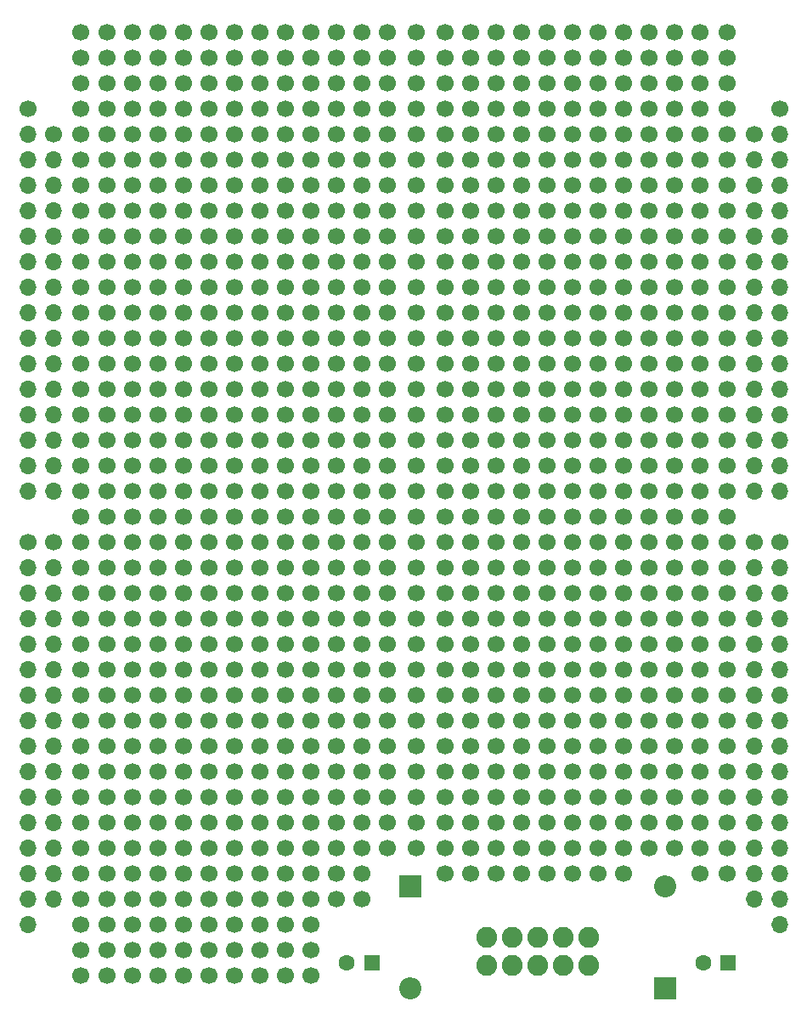
<source format=gts>
G04 #@! TF.GenerationSoftware,KiCad,Pcbnew,(6.0.11-0)*
G04 #@! TF.CreationDate,2023-03-26T21:41:22+01:00*
G04 #@! TF.ProjectId,mainboard,6d61696e-626f-4617-9264-2e6b69636164,rev?*
G04 #@! TF.SameCoordinates,Original*
G04 #@! TF.FileFunction,Soldermask,Top*
G04 #@! TF.FilePolarity,Negative*
%FSLAX46Y46*%
G04 Gerber Fmt 4.6, Leading zero omitted, Abs format (unit mm)*
G04 Created by KiCad (PCBNEW (6.0.11-0)) date 2023-03-26 21:41:22*
%MOMM*%
%LPD*%
G01*
G04 APERTURE LIST*
%ADD10C,1.700000*%
%ADD11O,1.700000X1.700000*%
%ADD12R,1.600000X1.600000*%
%ADD13C,1.600000*%
%ADD14R,2.200000X2.200000*%
%ADD15O,2.200000X2.200000*%
%ADD16C,2.082800*%
G04 APERTURE END LIST*
D10*
X35877500Y-40640000D03*
X18097500Y-88900000D03*
X30797500Y-2540000D03*
X69532500Y-35560000D03*
X38417500Y-55880000D03*
X69532500Y-30480000D03*
X7778750Y-43180000D03*
X25717500Y-63500000D03*
X49212500Y-50800000D03*
X30797500Y-93980000D03*
X64452500Y-5080000D03*
X33337500Y-76200000D03*
X13017500Y-38100000D03*
X59372500Y-55880000D03*
X18097500Y-60960000D03*
X30797500Y-22860000D03*
X33337500Y-17780000D03*
X10477500Y-33020000D03*
X10477500Y-88900000D03*
X25717500Y-58420000D03*
X66992500Y-66040000D03*
X35877500Y-43180000D03*
X20637500Y-83820000D03*
X35877500Y-5080000D03*
X74920000Y-12700000D03*
D11*
X74920000Y-15240000D03*
X74920000Y-17780000D03*
X74920000Y-20320000D03*
X74920000Y-22860000D03*
X74920000Y-25400000D03*
X74920000Y-27940000D03*
X74920000Y-30480000D03*
X74920000Y-33020000D03*
X74920000Y-35560000D03*
X74920000Y-38100000D03*
X74920000Y-40640000D03*
X74920000Y-43180000D03*
X74920000Y-45720000D03*
X74920000Y-48260000D03*
D10*
X18097500Y-45720000D03*
X61912500Y-5080000D03*
X7778750Y-50800000D03*
X35877500Y-17780000D03*
X35877500Y-60960000D03*
X51752500Y-45720000D03*
X51752500Y-78740000D03*
X38417500Y-43180000D03*
X33337500Y-35560000D03*
X30797500Y-25400000D03*
X35877500Y-48260000D03*
X41275000Y-38100000D03*
X23177500Y-86360000D03*
X18097500Y-96520000D03*
X46672500Y-40640000D03*
X66992500Y-76200000D03*
X61912500Y-33020000D03*
X10477500Y-53340000D03*
X13017500Y-93980000D03*
X41275000Y-48260000D03*
X28257500Y-2540000D03*
X28257500Y-93980000D03*
X38417500Y-45720000D03*
X72231250Y-22860000D03*
X10477500Y-71120000D03*
X49212500Y-27940000D03*
X49212500Y-38100000D03*
X41275000Y-17780000D03*
X44132500Y-40640000D03*
X18097500Y-66040000D03*
X59372500Y-7620000D03*
X13017500Y-63500000D03*
X30797500Y-63500000D03*
X61912500Y-10160000D03*
X51752500Y-25400000D03*
X69532500Y-76200000D03*
X41275000Y-60960000D03*
X66992500Y-5080000D03*
X66992500Y-20320000D03*
X54292500Y-50800000D03*
X10477500Y-40640000D03*
X56832500Y-30480000D03*
X46672500Y-33020000D03*
X69532500Y-58420000D03*
X66992500Y-7620000D03*
X49212500Y-7620000D03*
X69532500Y-20320000D03*
X25717500Y-86360000D03*
X69532500Y-2540000D03*
X15557500Y-30480000D03*
X56832500Y-2540000D03*
X28257500Y-40640000D03*
X61912500Y-48260000D03*
X44132500Y-48260000D03*
X44132500Y-27940000D03*
X7778750Y-71120000D03*
X5080000Y-12700000D03*
D11*
X5080000Y-15240000D03*
X5080000Y-17780000D03*
X5080000Y-20320000D03*
X5080000Y-22860000D03*
X5080000Y-25400000D03*
X5080000Y-27940000D03*
X5080000Y-30480000D03*
X5080000Y-33020000D03*
X5080000Y-35560000D03*
X5080000Y-38100000D03*
X5080000Y-40640000D03*
X5080000Y-43180000D03*
X5080000Y-45720000D03*
X5080000Y-48260000D03*
D10*
X49212500Y-53340000D03*
X66992500Y-45720000D03*
X20637500Y-2540000D03*
X69532500Y-83820000D03*
X59372500Y-30480000D03*
X64452500Y-30480000D03*
X23177500Y-7620000D03*
X20637500Y-55880000D03*
X18097500Y-25400000D03*
X41275000Y-40640000D03*
X28257500Y-63500000D03*
X7778750Y-12700000D03*
X25717500Y-78740000D03*
X69532500Y-25400000D03*
X20637500Y-76200000D03*
X49212500Y-81280000D03*
X33337500Y-30480000D03*
X7778750Y-48260000D03*
X15557500Y-12700000D03*
X35877500Y-68580000D03*
X10477500Y-27940000D03*
X18097500Y-12700000D03*
X15557500Y-81280000D03*
X13017500Y-58420000D03*
X72231250Y-40640000D03*
X25717500Y-30480000D03*
X28257500Y-68580000D03*
X15557500Y-58420000D03*
X10477500Y-55880000D03*
X25717500Y-35560000D03*
X56832500Y-33020000D03*
X49212500Y-78740000D03*
X23177500Y-88900000D03*
X35877500Y-30480000D03*
X25717500Y-50800000D03*
X54292500Y-45720000D03*
X33337500Y-66040000D03*
X51752500Y-40640000D03*
X33337500Y-71120000D03*
X69532500Y-71120000D03*
X46672500Y-27940000D03*
X7778750Y-86360000D03*
X49212500Y-68580000D03*
X54292500Y-43180000D03*
X54292500Y-63500000D03*
X10477500Y-50800000D03*
X41275000Y-50800000D03*
X30797500Y-48260000D03*
X13017500Y-66040000D03*
X69532500Y-40640000D03*
X69532500Y-17780000D03*
X54292500Y-35560000D03*
X28257500Y-48260000D03*
X20637500Y-45720000D03*
X18097500Y-43180000D03*
X66992500Y-12700000D03*
X66992500Y-55880000D03*
X61912500Y-40640000D03*
X38417500Y-30480000D03*
X38417500Y-71120000D03*
X61912500Y-55880000D03*
X10477500Y-10160000D03*
X54292500Y-27940000D03*
X25717500Y-25400000D03*
X51752500Y-60960000D03*
X35877500Y-2540000D03*
X69532500Y-7620000D03*
X23177500Y-38100000D03*
X51752500Y-43180000D03*
X44132500Y-68580000D03*
X49212500Y-5080000D03*
X28257500Y-83820000D03*
X61912500Y-53340000D03*
X66992500Y-83820000D03*
X15557500Y-2540000D03*
X25717500Y-73660000D03*
X59372500Y-40640000D03*
X64452500Y-43180000D03*
X7778750Y-22860000D03*
X59372500Y-12700000D03*
X30797500Y-83820000D03*
X35877500Y-58420000D03*
X49212500Y-10160000D03*
X20637500Y-50800000D03*
X33337500Y-10160000D03*
X59372500Y-53340000D03*
X41275000Y-2540000D03*
X28257500Y-60960000D03*
X7778750Y-83820000D03*
X56832500Y-17780000D03*
X35877500Y-27940000D03*
X44132500Y-78740000D03*
X18097500Y-86360000D03*
X15557500Y-66040000D03*
X35877500Y-83820000D03*
X46672500Y-58420000D03*
X41275000Y-55880000D03*
X41275000Y-71120000D03*
X54292500Y-5080000D03*
X59372500Y-10160000D03*
X56832500Y-55880000D03*
X35877500Y-78740000D03*
X35877500Y-10160000D03*
X28257500Y-38100000D03*
X15557500Y-86360000D03*
X25717500Y-17780000D03*
X10477500Y-12700000D03*
X69532500Y-55880000D03*
X35877500Y-20320000D03*
X72231250Y-73660000D03*
X30797500Y-55880000D03*
X44132500Y-17780000D03*
X64452500Y-17780000D03*
X15557500Y-71120000D03*
X18097500Y-10160000D03*
X72231250Y-12700000D03*
X30797500Y-86360000D03*
X54292500Y-22860000D03*
X10477500Y-15240000D03*
X66992500Y-35560000D03*
X44132500Y-20320000D03*
X7778750Y-20320000D03*
X20637500Y-86360000D03*
X15557500Y-5080000D03*
X51752500Y-73660000D03*
D12*
X72350000Y-95250000D03*
D13*
X69850000Y-95250000D03*
D10*
X49212500Y-43180000D03*
X66992500Y-17780000D03*
X51752500Y-38100000D03*
X30797500Y-38100000D03*
X49212500Y-40640000D03*
X38417500Y-7620000D03*
X10477500Y-45720000D03*
X7778750Y-53340000D03*
X13017500Y-12700000D03*
X7778750Y-68580000D03*
X51752500Y-22860000D03*
X46672500Y-10160000D03*
X23177500Y-63500000D03*
X44132500Y-83820000D03*
X23177500Y-25400000D03*
X35877500Y-50800000D03*
X46672500Y-7620000D03*
X33337500Y-15240000D03*
X72231250Y-60960000D03*
X15557500Y-15240000D03*
X54292500Y-68580000D03*
X61912500Y-17780000D03*
X7778750Y-5080000D03*
X72231250Y-71120000D03*
X33337500Y-2540000D03*
X64452500Y-38100000D03*
X59372500Y-60960000D03*
X38417500Y-10160000D03*
X41275000Y-5080000D03*
X10477500Y-20320000D03*
X41275000Y-45720000D03*
X46672500Y-76200000D03*
X28257500Y-53340000D03*
X35877500Y-66040000D03*
X15557500Y-17780000D03*
X59372500Y-78740000D03*
X10477500Y-60960000D03*
X20637500Y-63500000D03*
X59372500Y-83820000D03*
X61912500Y-38100000D03*
X23177500Y-45720000D03*
X23177500Y-40640000D03*
X61912500Y-27940000D03*
X30797500Y-81280000D03*
X15557500Y-96520000D03*
X49212500Y-86360000D03*
X66992500Y-27940000D03*
X28257500Y-45720000D03*
X25717500Y-71120000D03*
X51752500Y-30480000D03*
X49212500Y-48260000D03*
X51752500Y-55880000D03*
X35877500Y-22860000D03*
X18097500Y-15240000D03*
X13017500Y-50800000D03*
X20637500Y-60960000D03*
X20637500Y-27940000D03*
X51752500Y-5080000D03*
X18097500Y-91440000D03*
X28257500Y-15240000D03*
X18097500Y-27940000D03*
X54292500Y-86360000D03*
X7778750Y-17780000D03*
X64452500Y-2540000D03*
X10477500Y-66040000D03*
X35877500Y-88900000D03*
X69532500Y-86360000D03*
X54292500Y-10160000D03*
X20637500Y-71120000D03*
X44132500Y-10160000D03*
X56832500Y-27940000D03*
X72231250Y-27940000D03*
X64452500Y-45720000D03*
X56832500Y-63500000D03*
X13017500Y-10160000D03*
X56832500Y-35560000D03*
X41275000Y-12700000D03*
X30797500Y-58420000D03*
X20637500Y-43180000D03*
X59372500Y-81280000D03*
X20637500Y-68580000D03*
X20637500Y-7620000D03*
X49212500Y-83820000D03*
X38417500Y-48260000D03*
X56832500Y-60960000D03*
X64452500Y-63500000D03*
X54292500Y-7620000D03*
X61912500Y-43180000D03*
X23177500Y-73660000D03*
X51752500Y-15240000D03*
X49212500Y-33020000D03*
X49212500Y-30480000D03*
X13017500Y-78740000D03*
X41275000Y-15240000D03*
X59372500Y-35560000D03*
X30797500Y-33020000D03*
X15557500Y-60960000D03*
X28257500Y-10160000D03*
X20637500Y-88900000D03*
X25717500Y-91440000D03*
X41275000Y-30480000D03*
X28257500Y-58420000D03*
X18097500Y-35560000D03*
X33337500Y-81280000D03*
X13017500Y-35560000D03*
X20637500Y-35560000D03*
X18097500Y-7620000D03*
X61912500Y-58420000D03*
X61912500Y-63500000D03*
X69532500Y-33020000D03*
X49212500Y-17780000D03*
X72231250Y-68580000D03*
X64452500Y-10160000D03*
X54292500Y-55880000D03*
X28257500Y-73660000D03*
X54292500Y-33020000D03*
X64452500Y-81280000D03*
X61912500Y-15240000D03*
X18097500Y-63500000D03*
X46672500Y-43180000D03*
X54292500Y-40640000D03*
X10477500Y-96520000D03*
X64452500Y-20320000D03*
X46672500Y-2540000D03*
X7778750Y-15240000D03*
X69532500Y-5080000D03*
X61912500Y-7620000D03*
X35877500Y-38100000D03*
X13017500Y-40640000D03*
X69532500Y-38100000D03*
X56832500Y-50800000D03*
X59372500Y-73660000D03*
X51752500Y-68580000D03*
X61912500Y-83820000D03*
X33337500Y-7620000D03*
X15557500Y-73660000D03*
X72231250Y-81280000D03*
X13017500Y-96520000D03*
X25717500Y-53340000D03*
X13017500Y-5080000D03*
X7778750Y-93980000D03*
X56832500Y-38100000D03*
X20637500Y-78740000D03*
X15557500Y-88900000D03*
X20637500Y-33020000D03*
X35877500Y-73660000D03*
X35877500Y-35560000D03*
X35877500Y-63500000D03*
X18097500Y-53340000D03*
X38417500Y-81280000D03*
X13017500Y-43180000D03*
X23177500Y-20320000D03*
X44132500Y-63500000D03*
X15557500Y-38100000D03*
X18097500Y-76200000D03*
X56832500Y-25400000D03*
X51752500Y-66040000D03*
X49212500Y-76200000D03*
X20637500Y-10160000D03*
X7778750Y-40640000D03*
X46672500Y-12700000D03*
X7778750Y-58420000D03*
X30797500Y-45720000D03*
X66992500Y-15240000D03*
X23177500Y-60960000D03*
X20637500Y-53340000D03*
X38417500Y-27940000D03*
X35877500Y-81280000D03*
X59372500Y-50800000D03*
X72231250Y-25400000D03*
X51752500Y-63500000D03*
X38417500Y-66040000D03*
X10477500Y-58420000D03*
X54292500Y-38100000D03*
X38417500Y-25400000D03*
X72231250Y-66040000D03*
X10477500Y-86360000D03*
X33337500Y-58420000D03*
X56832500Y-73660000D03*
X44132500Y-12700000D03*
X7778750Y-25400000D03*
X28257500Y-66040000D03*
X28257500Y-91440000D03*
X2540000Y-10160000D03*
D11*
X2540000Y-12700000D03*
X2540000Y-15240000D03*
X2540000Y-17780000D03*
X2540000Y-20320000D03*
X2540000Y-22860000D03*
X2540000Y-25400000D03*
X2540000Y-27940000D03*
X2540000Y-30480000D03*
X2540000Y-33020000D03*
X2540000Y-35560000D03*
X2540000Y-38100000D03*
X2540000Y-40640000D03*
X2540000Y-43180000D03*
X2540000Y-45720000D03*
X2540000Y-48260000D03*
D10*
X18097500Y-93980000D03*
X5080000Y-53340000D03*
D11*
X5080000Y-55880000D03*
X5080000Y-58420000D03*
X5080000Y-60960000D03*
X5080000Y-63500000D03*
X5080000Y-66040000D03*
X5080000Y-68580000D03*
X5080000Y-71120000D03*
X5080000Y-73660000D03*
X5080000Y-76200000D03*
X5080000Y-78740000D03*
X5080000Y-81280000D03*
X5080000Y-83820000D03*
X5080000Y-86360000D03*
X5080000Y-88900000D03*
D10*
X72231250Y-38100000D03*
X20637500Y-40640000D03*
X64452500Y-12700000D03*
X33337500Y-60960000D03*
X25717500Y-40640000D03*
X41275000Y-76200000D03*
X15557500Y-40640000D03*
X46672500Y-17780000D03*
X28257500Y-35560000D03*
X35877500Y-71120000D03*
X33337500Y-63500000D03*
X15557500Y-35560000D03*
X46672500Y-81280000D03*
X59372500Y-2540000D03*
X66992500Y-78740000D03*
X23177500Y-22860000D03*
X51752500Y-81280000D03*
X20637500Y-48260000D03*
X59372500Y-43180000D03*
X28257500Y-20320000D03*
X15557500Y-55880000D03*
X18097500Y-30480000D03*
X66992500Y-33020000D03*
X56832500Y-12700000D03*
X41275000Y-10160000D03*
X7778750Y-60960000D03*
X66992500Y-30480000D03*
X64452500Y-73660000D03*
X54292500Y-30480000D03*
X41275000Y-22860000D03*
X66992500Y-10160000D03*
X54292500Y-15240000D03*
X69532500Y-68580000D03*
X49212500Y-58420000D03*
X28257500Y-50800000D03*
X18097500Y-5080000D03*
X46672500Y-78740000D03*
X64452500Y-33020000D03*
X56832500Y-48260000D03*
X18097500Y-2540000D03*
X72231250Y-5080000D03*
X30797500Y-60960000D03*
X54292500Y-17780000D03*
X25717500Y-55880000D03*
X28257500Y-22860000D03*
X23177500Y-48260000D03*
X13017500Y-27940000D03*
X44132500Y-50800000D03*
X30797500Y-43180000D03*
X10477500Y-93980000D03*
X61912500Y-30480000D03*
X13017500Y-17780000D03*
X2540000Y-53340000D03*
D11*
X2540000Y-55880000D03*
X2540000Y-58420000D03*
X2540000Y-60960000D03*
X2540000Y-63500000D03*
X2540000Y-66040000D03*
X2540000Y-68580000D03*
X2540000Y-71120000D03*
X2540000Y-73660000D03*
X2540000Y-76200000D03*
X2540000Y-78740000D03*
X2540000Y-81280000D03*
X2540000Y-83820000D03*
X2540000Y-86360000D03*
X2540000Y-88900000D03*
X2540000Y-91440000D03*
D10*
X30797500Y-53340000D03*
X61912500Y-71120000D03*
X25717500Y-20320000D03*
X54292500Y-66040000D03*
X56832500Y-76200000D03*
X38417500Y-60960000D03*
X18097500Y-17780000D03*
X64452500Y-27940000D03*
X33337500Y-88900000D03*
X13017500Y-91440000D03*
X30797500Y-30480000D03*
X13017500Y-53340000D03*
X23177500Y-66040000D03*
X28257500Y-88900000D03*
X59372500Y-68580000D03*
X13017500Y-83820000D03*
X30797500Y-7620000D03*
D14*
X40640000Y-87630000D03*
D15*
X40640000Y-97790000D03*
D10*
X23177500Y-78740000D03*
X18097500Y-20320000D03*
X33337500Y-68580000D03*
X66992500Y-63500000D03*
X33337500Y-33020000D03*
X28257500Y-30480000D03*
X13017500Y-2540000D03*
X10477500Y-43180000D03*
X56832500Y-10160000D03*
X13017500Y-45720000D03*
X61912500Y-25400000D03*
X49212500Y-35560000D03*
X44132500Y-86360000D03*
X35877500Y-55880000D03*
X30797500Y-10160000D03*
X28257500Y-86360000D03*
X72231250Y-53340000D03*
X15557500Y-33020000D03*
X66992500Y-68580000D03*
X38417500Y-15240000D03*
X64452500Y-15240000D03*
X13017500Y-86360000D03*
X54292500Y-71120000D03*
X10477500Y-35560000D03*
X61912500Y-20320000D03*
X49212500Y-45720000D03*
X69532500Y-60960000D03*
X15557500Y-93980000D03*
X28257500Y-25400000D03*
X20637500Y-5080000D03*
X10477500Y-76200000D03*
X46672500Y-68580000D03*
X15557500Y-10160000D03*
X33337500Y-55880000D03*
X56832500Y-86360000D03*
X13017500Y-33020000D03*
X41275000Y-78740000D03*
X54292500Y-73660000D03*
X38417500Y-58420000D03*
X41275000Y-43180000D03*
X51752500Y-53340000D03*
X18097500Y-81280000D03*
X49212500Y-60960000D03*
X20637500Y-17780000D03*
X54292500Y-58420000D03*
X7778750Y-91440000D03*
X46672500Y-5080000D03*
X30797500Y-78740000D03*
X49212500Y-20320000D03*
X15557500Y-48260000D03*
X56832500Y-20320000D03*
X51752500Y-2540000D03*
X23177500Y-35560000D03*
X72231250Y-55880000D03*
X20637500Y-22860000D03*
X54292500Y-48260000D03*
X44132500Y-35560000D03*
X72231250Y-15240000D03*
X64452500Y-58420000D03*
X72231250Y-58420000D03*
X25717500Y-48260000D03*
X41275000Y-27940000D03*
X51752500Y-27940000D03*
X13017500Y-30480000D03*
X23177500Y-83820000D03*
X38417500Y-73660000D03*
X72231250Y-76200000D03*
X7778750Y-10160000D03*
X59372500Y-48260000D03*
X64452500Y-25400000D03*
X18097500Y-83820000D03*
X13017500Y-73660000D03*
X15557500Y-63500000D03*
X28257500Y-81280000D03*
X56832500Y-71120000D03*
X72231250Y-17780000D03*
X18097500Y-58420000D03*
X41275000Y-33020000D03*
X15557500Y-7620000D03*
X25717500Y-7620000D03*
X15557500Y-20320000D03*
X23177500Y-55880000D03*
X54292500Y-20320000D03*
X10477500Y-68580000D03*
X18097500Y-73660000D03*
X10477500Y-48260000D03*
X69532500Y-78740000D03*
X49212500Y-22860000D03*
X33337500Y-45720000D03*
X56832500Y-15240000D03*
X7778750Y-73660000D03*
X10477500Y-25400000D03*
X13017500Y-22860000D03*
X56832500Y-7620000D03*
X33337500Y-43180000D03*
X72231250Y-7620000D03*
X44132500Y-76200000D03*
X18097500Y-40640000D03*
X41275000Y-73660000D03*
X38417500Y-83820000D03*
X61912500Y-50800000D03*
X69532500Y-73660000D03*
X46672500Y-66040000D03*
X20637500Y-25400000D03*
X72231250Y-78740000D03*
X7778750Y-81280000D03*
X44132500Y-7620000D03*
X18097500Y-71120000D03*
X64452500Y-83820000D03*
X44132500Y-66040000D03*
X54292500Y-81280000D03*
X35877500Y-25400000D03*
X38417500Y-12700000D03*
X7778750Y-33020000D03*
X35877500Y-53340000D03*
X33337500Y-25400000D03*
X20637500Y-20320000D03*
X56832500Y-40640000D03*
X56832500Y-83820000D03*
D14*
X66040000Y-97750000D03*
D15*
X66040000Y-87590000D03*
D10*
X69532500Y-10160000D03*
X10477500Y-17780000D03*
X23177500Y-58420000D03*
X44132500Y-45720000D03*
X13017500Y-55880000D03*
X61912500Y-35560000D03*
X41275000Y-20320000D03*
X15557500Y-53340000D03*
X51752500Y-48260000D03*
X10477500Y-81280000D03*
X25717500Y-76200000D03*
X28257500Y-78740000D03*
X46672500Y-60960000D03*
X64452500Y-76200000D03*
X59372500Y-66040000D03*
X69532500Y-53340000D03*
X77460000Y-10160000D03*
D11*
X77460000Y-12700000D03*
X77460000Y-15240000D03*
X77460000Y-17780000D03*
X77460000Y-20320000D03*
X77460000Y-22860000D03*
X77460000Y-25400000D03*
X77460000Y-27940000D03*
X77460000Y-30480000D03*
X77460000Y-33020000D03*
X77460000Y-35560000D03*
X77460000Y-38100000D03*
X77460000Y-40640000D03*
X77460000Y-43180000D03*
X77460000Y-45720000D03*
X77460000Y-48260000D03*
D10*
X69532500Y-15240000D03*
X30797500Y-88900000D03*
X13017500Y-7620000D03*
X61912500Y-2540000D03*
X23177500Y-71120000D03*
X54292500Y-76200000D03*
X66992500Y-60960000D03*
X13017500Y-60960000D03*
X23177500Y-17780000D03*
X64452500Y-60960000D03*
X41275000Y-25400000D03*
X64452500Y-40640000D03*
X56832500Y-45720000D03*
X25717500Y-68580000D03*
X44132500Y-25400000D03*
X28257500Y-12700000D03*
X25717500Y-15240000D03*
X54292500Y-53340000D03*
X49212500Y-12700000D03*
X72231250Y-45720000D03*
X51752500Y-58420000D03*
X54292500Y-83820000D03*
X35877500Y-7620000D03*
X35877500Y-33020000D03*
X56832500Y-68580000D03*
X15557500Y-27940000D03*
X33337500Y-5080000D03*
X13017500Y-71120000D03*
X28257500Y-27940000D03*
X41275000Y-66040000D03*
X35877500Y-86360000D03*
X51752500Y-17780000D03*
X44132500Y-43180000D03*
X25717500Y-45720000D03*
X38417500Y-33020000D03*
X69532500Y-12700000D03*
X56832500Y-53340000D03*
X66992500Y-22860000D03*
X20637500Y-73660000D03*
X46672500Y-22860000D03*
X46672500Y-35560000D03*
X10477500Y-63500000D03*
X72231250Y-20320000D03*
X72231250Y-35560000D03*
X49212500Y-2540000D03*
X49212500Y-73660000D03*
X23177500Y-33020000D03*
X15557500Y-50800000D03*
X72231250Y-2540000D03*
X7778750Y-38100000D03*
X64452500Y-66040000D03*
X61912500Y-68580000D03*
X10477500Y-91440000D03*
X35877500Y-76200000D03*
X64452500Y-55880000D03*
X30797500Y-91440000D03*
X61912500Y-45720000D03*
X7778750Y-30480000D03*
X25717500Y-2540000D03*
X61912500Y-12700000D03*
X10477500Y-78740000D03*
X20637500Y-12700000D03*
X30797500Y-66040000D03*
X44132500Y-30480000D03*
X30797500Y-17780000D03*
X49212500Y-66040000D03*
X54292500Y-2540000D03*
X46672500Y-63500000D03*
X59372500Y-86360000D03*
X30797500Y-12700000D03*
X41275000Y-63500000D03*
X23177500Y-81280000D03*
X77460000Y-53340000D03*
D11*
X77460000Y-55880000D03*
X77460000Y-58420000D03*
X77460000Y-60960000D03*
X77460000Y-63500000D03*
X77460000Y-66040000D03*
X77460000Y-68580000D03*
X77460000Y-71120000D03*
X77460000Y-73660000D03*
X77460000Y-76200000D03*
X77460000Y-78740000D03*
X77460000Y-81280000D03*
X77460000Y-83820000D03*
X77460000Y-86360000D03*
X77460000Y-88900000D03*
X77460000Y-91440000D03*
D10*
X38417500Y-50800000D03*
X10477500Y-5080000D03*
X13017500Y-76200000D03*
X25717500Y-93980000D03*
X7778750Y-66040000D03*
X56832500Y-81280000D03*
X13017500Y-20320000D03*
X25717500Y-43180000D03*
X61912500Y-66040000D03*
X54292500Y-78740000D03*
X7778750Y-78740000D03*
X20637500Y-15240000D03*
X44132500Y-15240000D03*
X33337500Y-22860000D03*
X38417500Y-2540000D03*
X20637500Y-66040000D03*
X74920000Y-53340000D03*
D11*
X74920000Y-55880000D03*
X74920000Y-58420000D03*
X74920000Y-60960000D03*
X74920000Y-63500000D03*
X74920000Y-66040000D03*
X74920000Y-68580000D03*
X74920000Y-71120000D03*
X74920000Y-73660000D03*
X74920000Y-76200000D03*
X74920000Y-78740000D03*
X74920000Y-81280000D03*
X74920000Y-83820000D03*
X74920000Y-86360000D03*
X74920000Y-88900000D03*
D10*
X41275000Y-35560000D03*
X30797500Y-35560000D03*
X15557500Y-83820000D03*
X38417500Y-76200000D03*
X33337500Y-86360000D03*
X25717500Y-12700000D03*
X56832500Y-58420000D03*
X20637500Y-93980000D03*
X23177500Y-30480000D03*
X30797500Y-15240000D03*
X15557500Y-45720000D03*
X33337500Y-38100000D03*
X69532500Y-48260000D03*
X20637500Y-38100000D03*
X61912500Y-81280000D03*
X38417500Y-17780000D03*
X66992500Y-48260000D03*
X28257500Y-17780000D03*
X41275000Y-81280000D03*
X38417500Y-40640000D03*
X46672500Y-83820000D03*
X51752500Y-10160000D03*
X15557500Y-78740000D03*
X69532500Y-27940000D03*
D12*
X36830000Y-95250000D03*
D13*
X34330000Y-95250000D03*
D10*
X64452500Y-50800000D03*
X23177500Y-10160000D03*
X38417500Y-68580000D03*
X44132500Y-5080000D03*
X49212500Y-63500000D03*
X23177500Y-50800000D03*
X20637500Y-96520000D03*
X38417500Y-38100000D03*
X66992500Y-2540000D03*
X51752500Y-71120000D03*
X59372500Y-25400000D03*
X59372500Y-20320000D03*
X51752500Y-35560000D03*
X20637500Y-91440000D03*
X25717500Y-96520000D03*
X66992500Y-81280000D03*
X13017500Y-25400000D03*
X23177500Y-68580000D03*
X13017500Y-88900000D03*
X64452500Y-78740000D03*
X23177500Y-53340000D03*
X30797500Y-76200000D03*
X64452500Y-22860000D03*
X51752500Y-33020000D03*
X72231250Y-50800000D03*
X38417500Y-78740000D03*
X44132500Y-22860000D03*
X15557500Y-76200000D03*
X66992500Y-71120000D03*
X59372500Y-76200000D03*
X7778750Y-7620000D03*
X59372500Y-5080000D03*
X56832500Y-43180000D03*
X64452500Y-35560000D03*
X72231250Y-86360000D03*
X41275000Y-7620000D03*
X30797500Y-27940000D03*
X23177500Y-91440000D03*
X10477500Y-7620000D03*
X46672500Y-25400000D03*
X33337500Y-50800000D03*
X18097500Y-22860000D03*
X59372500Y-33020000D03*
X46672500Y-38100000D03*
X25717500Y-60960000D03*
X64452500Y-48260000D03*
X23177500Y-93980000D03*
X28257500Y-96520000D03*
X33337500Y-40640000D03*
X44132500Y-71120000D03*
X15557500Y-43180000D03*
X61912500Y-60960000D03*
X44132500Y-2540000D03*
X61912500Y-73660000D03*
X33337500Y-48260000D03*
X25717500Y-83820000D03*
X18097500Y-55880000D03*
X25717500Y-10160000D03*
X69532500Y-81280000D03*
X13017500Y-15240000D03*
X10477500Y-22860000D03*
X56832500Y-22860000D03*
X56832500Y-78740000D03*
X13017500Y-81280000D03*
X61912500Y-78740000D03*
X72231250Y-33020000D03*
X54292500Y-60960000D03*
X61912500Y-76200000D03*
X33337500Y-78740000D03*
X25717500Y-38100000D03*
X30797500Y-20320000D03*
X7778750Y-96520000D03*
X25717500Y-81280000D03*
X44132500Y-60960000D03*
X15557500Y-91440000D03*
X69532500Y-22860000D03*
X44132500Y-73660000D03*
X44132500Y-55880000D03*
X46672500Y-55880000D03*
X46672500Y-71120000D03*
X61912500Y-22860000D03*
X35877500Y-45720000D03*
X66992500Y-43180000D03*
X72231250Y-83820000D03*
X18097500Y-38100000D03*
X59372500Y-58420000D03*
X69532500Y-50800000D03*
X35877500Y-15240000D03*
X10477500Y-83820000D03*
X18097500Y-68580000D03*
X23177500Y-43180000D03*
X38417500Y-35560000D03*
X20637500Y-30480000D03*
X7778750Y-2540000D03*
X23177500Y-5080000D03*
X15557500Y-22860000D03*
X33337500Y-12700000D03*
X28257500Y-43180000D03*
X33337500Y-73660000D03*
X46672500Y-50800000D03*
X18097500Y-48260000D03*
X59372500Y-17780000D03*
X59372500Y-22860000D03*
X66992500Y-25400000D03*
X64452500Y-53340000D03*
X51752500Y-83820000D03*
X23177500Y-96520000D03*
X28257500Y-5080000D03*
X15557500Y-68580000D03*
X18097500Y-78740000D03*
X20637500Y-58420000D03*
X28257500Y-55880000D03*
X51752500Y-86360000D03*
X20637500Y-81280000D03*
X51752500Y-50800000D03*
X72231250Y-63500000D03*
X44132500Y-38100000D03*
X28257500Y-71120000D03*
X23177500Y-76200000D03*
X25717500Y-5080000D03*
X61912500Y-86360000D03*
X51752500Y-7620000D03*
X23177500Y-2540000D03*
X59372500Y-71120000D03*
X49212500Y-25400000D03*
X49212500Y-55880000D03*
X33337500Y-27940000D03*
X46672500Y-45720000D03*
X72231250Y-48260000D03*
X38417500Y-5080000D03*
X46672500Y-15240000D03*
X69532500Y-63500000D03*
X66992500Y-38100000D03*
X25717500Y-66040000D03*
X30797500Y-50800000D03*
X72231250Y-30480000D03*
X49212500Y-71120000D03*
X66992500Y-50800000D03*
X66992500Y-40640000D03*
X23177500Y-27940000D03*
X28257500Y-7620000D03*
X64452500Y-68580000D03*
X38417500Y-22860000D03*
X15557500Y-25400000D03*
X30797500Y-40640000D03*
X46672500Y-20320000D03*
X30797500Y-73660000D03*
X72231250Y-10160000D03*
X56832500Y-5080000D03*
X59372500Y-38100000D03*
X46672500Y-48260000D03*
X72231250Y-43180000D03*
X25717500Y-27940000D03*
X41275000Y-83820000D03*
X41275000Y-58420000D03*
X44132500Y-81280000D03*
X7778750Y-63500000D03*
X38417500Y-53340000D03*
X44132500Y-33020000D03*
X44132500Y-58420000D03*
X66992500Y-53340000D03*
X69532500Y-45720000D03*
X7778750Y-55880000D03*
X38417500Y-20320000D03*
X7778750Y-88900000D03*
X7778750Y-35560000D03*
X10477500Y-2540000D03*
X66992500Y-73660000D03*
X30797500Y-71120000D03*
X46672500Y-86360000D03*
X49212500Y-15240000D03*
X13017500Y-68580000D03*
X28257500Y-33020000D03*
X41275000Y-53340000D03*
X7778750Y-27940000D03*
X46672500Y-73660000D03*
X51752500Y-12700000D03*
X18097500Y-33020000D03*
X23177500Y-12700000D03*
X59372500Y-63500000D03*
X51752500Y-20320000D03*
X28257500Y-76200000D03*
X44132500Y-53340000D03*
X51752500Y-76200000D03*
X33337500Y-53340000D03*
X69532500Y-43180000D03*
X25717500Y-22860000D03*
X54292500Y-12700000D03*
X7778750Y-45720000D03*
X10477500Y-30480000D03*
X41275000Y-68580000D03*
X23177500Y-15240000D03*
X25717500Y-88900000D03*
X59372500Y-45720000D03*
X46672500Y-30480000D03*
X33337500Y-83820000D03*
X59372500Y-15240000D03*
X13017500Y-48260000D03*
X64452500Y-7620000D03*
X54292500Y-25400000D03*
X30797500Y-5080000D03*
X64452500Y-71120000D03*
X25717500Y-33020000D03*
X30797500Y-68580000D03*
X46672500Y-53340000D03*
X59372500Y-27940000D03*
X56832500Y-66040000D03*
X66992500Y-58420000D03*
X38417500Y-63500000D03*
X18097500Y-50800000D03*
X10477500Y-38100000D03*
X35877500Y-12700000D03*
X30797500Y-96520000D03*
X33337500Y-20320000D03*
X69532500Y-66040000D03*
X10477500Y-73660000D03*
X7778750Y-76200000D03*
D16*
X58420000Y-95504000D03*
X58420000Y-92710000D03*
X55880000Y-95504000D03*
X55880000Y-92710000D03*
X53340000Y-95504000D03*
X53340000Y-92710000D03*
X50800000Y-95504000D03*
X50800000Y-92710000D03*
X48260000Y-95504000D03*
X48260000Y-92710000D03*
M02*

</source>
